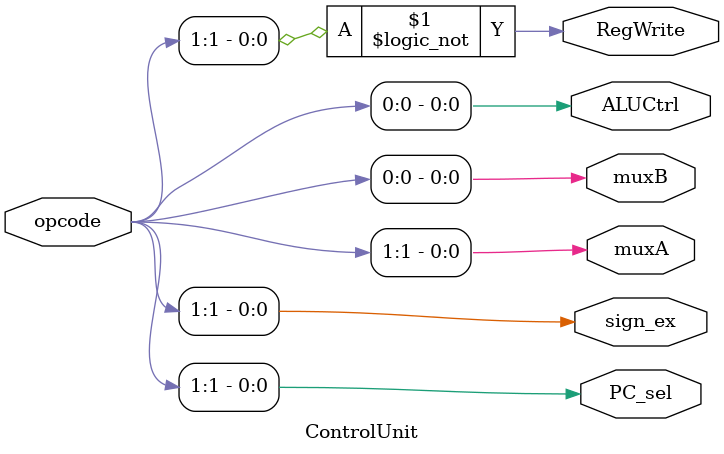
<source format=v>
`timescale 1ns / 1ps
module ControlUnit(
    input [1:0] opcode,
    output PC_sel,
    output sign_ex,
    output muxA,
    output muxB,
    output RegWrite,
    output ALUCtrl
    );

assign PC_sel = opcode[1];
assign muxA = opcode[1];
assign muxB = opcode[0];
assign RegWrite = !opcode[1];
assign ALUCtrl = opcode[0];
assign sign_ex = opcode[1];

endmodule

</source>
